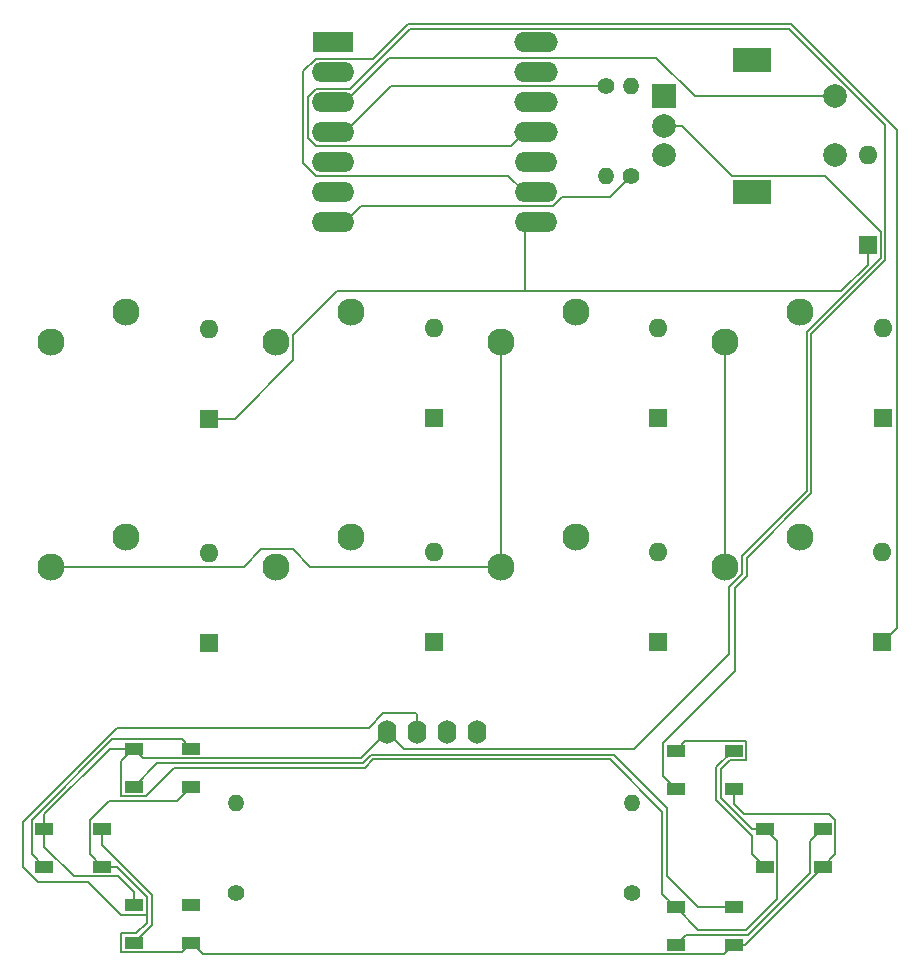
<source format=gbr>
%TF.GenerationSoftware,KiCad,Pcbnew,8.0.8*%
%TF.CreationDate,2025-02-15T23:13:22-05:00*%
%TF.ProjectId,Hackpad,4861636b-7061-4642-9e6b-696361645f70,rev?*%
%TF.SameCoordinates,Original*%
%TF.FileFunction,Copper,L1,Top*%
%TF.FilePolarity,Positive*%
%FSLAX46Y46*%
G04 Gerber Fmt 4.6, Leading zero omitted, Abs format (unit mm)*
G04 Created by KiCad (PCBNEW 8.0.8) date 2025-02-15 23:13:22*
%MOMM*%
%LPD*%
G01*
G04 APERTURE LIST*
%TA.AperFunction,ComponentPad*%
%ADD10C,2.300000*%
%TD*%
%TA.AperFunction,ComponentPad*%
%ADD11C,1.400000*%
%TD*%
%TA.AperFunction,ComponentPad*%
%ADD12O,1.400000X1.400000*%
%TD*%
%TA.AperFunction,ComponentPad*%
%ADD13R,2.000000X2.000000*%
%TD*%
%TA.AperFunction,ComponentPad*%
%ADD14C,2.000000*%
%TD*%
%TA.AperFunction,ComponentPad*%
%ADD15R,3.200000X2.000000*%
%TD*%
%TA.AperFunction,ComponentPad*%
%ADD16R,3.500000X1.700000*%
%TD*%
%TA.AperFunction,ComponentPad*%
%ADD17O,3.600000X1.700000*%
%TD*%
%TA.AperFunction,ComponentPad*%
%ADD18O,3.700000X1.700000*%
%TD*%
%TA.AperFunction,ComponentPad*%
%ADD19O,1.600000X2.000000*%
%TD*%
%TA.AperFunction,SMDPad,CuDef*%
%ADD20R,1.500000X1.000000*%
%TD*%
%TA.AperFunction,ComponentPad*%
%ADD21R,1.600000X1.600000*%
%TD*%
%TA.AperFunction,ComponentPad*%
%ADD22O,1.600000X1.600000*%
%TD*%
%TA.AperFunction,Conductor*%
%ADD23C,0.200000*%
%TD*%
G04 APERTURE END LIST*
D10*
%TO.P,SW7,1,1*%
%TO.N,col1*%
X79640000Y-137580000D03*
%TO.P,SW7,2,2*%
%TO.N,Net-(D9-A)*%
X85990000Y-135040000D03*
%TD*%
D11*
%TO.P,R3,1*%
%TO.N,Enc_A*%
X126580000Y-96880000D03*
D12*
%TO.P,R3,2*%
%TO.N,+3.3V*%
X126580000Y-104500000D03*
%TD*%
D13*
%TO.P,SW13,A,A*%
%TO.N,Enc_A*%
X131500000Y-97750000D03*
D14*
%TO.P,SW13,B,B*%
%TO.N,Enc_B*%
X131500000Y-102750000D03*
%TO.P,SW13,C,C*%
%TO.N,GND*%
X131500000Y-100250000D03*
D15*
%TO.P,SW13,MP*%
%TO.N,N/C*%
X139000000Y-94650000D03*
X139000000Y-105850000D03*
D14*
%TO.P,SW13,S1,S1*%
%TO.N,Enc_SWA*%
X146000000Y-102750000D03*
%TO.P,SW13,S2,S2*%
%TO.N,Enc_SWB*%
X146000000Y-97750000D03*
%TD*%
D11*
%TO.P,R4,1*%
%TO.N,Enc_B*%
X128750000Y-104500000D03*
D12*
%TO.P,R4,2*%
%TO.N,+3.3V*%
X128750000Y-96880000D03*
%TD*%
D16*
%TO.P,U1,1,PA02_A0_D0*%
%TO.N,col0*%
X103464500Y-93192015D03*
D17*
%TO.P,U1,2,PA4_A1_D1*%
%TO.N,col1*%
X103464500Y-95732015D03*
%TO.P,U1,3,PA10_A2_D2*%
%TO.N,Enc_SWB*%
X103464500Y-98272015D03*
%TO.P,U1,4,PA11_A3_D3*%
%TO.N,Enc_A*%
X103464500Y-100812015D03*
%TO.P,U1,5,PA8_A4_D4_SDA*%
%TO.N,OLED_SDA*%
X103464500Y-103352015D03*
%TO.P,U1,6,PA9_A5_D5_SCL*%
%TO.N,OLED_SCL*%
X103464500Y-105892015D03*
%TO.P,U1,7,PB08_A6_D6_TX*%
%TO.N,Enc_B*%
X103464500Y-108432015D03*
%TO.P,U1,8,PB09_A7_D7_RX*%
%TO.N,row0*%
X120714500Y-108432015D03*
%TO.P,U1,9,PA7_A8_D8_SCK*%
%TO.N,row1*%
X120714500Y-105892015D03*
%TO.P,U1,10,PA5_A9_D9_MISO*%
%TO.N,row2*%
X120714500Y-103352015D03*
D18*
%TO.P,U1,11,PA6_A10_D10_MOSI*%
%TO.N,Led*%
X120714500Y-100812015D03*
%TO.P,U1,12,3V3*%
%TO.N,+3.3V*%
X120714500Y-98272015D03*
%TO.P,U1,13,GND*%
%TO.N,GND*%
X120714500Y-95732015D03*
%TO.P,U1,14,5V*%
%TO.N,+5V*%
X120714500Y-93192015D03*
%TD*%
D19*
%TO.P,Brd1,1,GND*%
%TO.N,GND*%
X108080000Y-151550000D03*
%TO.P,Brd1,2,VCC*%
%TO.N,+5V*%
X110620000Y-151550000D03*
%TO.P,Brd1,3,SCL*%
%TO.N,OLED_SCL*%
X113160000Y-151550000D03*
%TO.P,Brd1,4,SDA*%
%TO.N,OLED_SDA*%
X115700000Y-151550000D03*
%TD*%
D10*
%TO.P,SW11,1,1*%
%TO.N,col1*%
X117690000Y-137578050D03*
%TO.P,SW11,2,2*%
%TO.N,Net-(D13-A)*%
X124040000Y-135038050D03*
%TD*%
D20*
%TO.P,D15,1,VSS*%
%TO.N,GND*%
X132500000Y-166420000D03*
%TO.P,D15,2,DIN*%
%TO.N,Net-(D15-DIN)*%
X132500000Y-169620000D03*
%TO.P,D15,3,VDD*%
%TO.N,+5V*%
X137400000Y-169620000D03*
%TO.P,D15,4,DOUT*%
%TO.N,Net-(D15-DOUT)*%
X137400000Y-166420000D03*
%TD*%
D10*
%TO.P,SW4,1,1*%
%TO.N,Enc_SWB*%
X136690000Y-118540000D03*
%TO.P,SW4,2,2*%
%TO.N,Net-(D6-A)*%
X143040000Y-116000000D03*
%TD*%
D20*
%TO.P,D16,1,VSS*%
%TO.N,GND*%
X86600000Y-153000000D03*
%TO.P,D16,2,DIN*%
%TO.N,Net-(D15-DOUT)*%
X86600000Y-156200000D03*
%TO.P,D16,3,VDD*%
%TO.N,+5V*%
X91500000Y-156200000D03*
%TO.P,D16,4,DOUT*%
%TO.N,Net-(D16-DOUT)*%
X91500000Y-153000000D03*
%TD*%
D21*
%TO.P,D6,1,K*%
%TO.N,row2*%
X150040000Y-125000000D03*
D22*
%TO.P,D6,2,A*%
%TO.N,Net-(D6-A)*%
X150040000Y-117380000D03*
%TD*%
D21*
%TO.P,D5,1,K*%
%TO.N,row2*%
X131040000Y-125000000D03*
D22*
%TO.P,D5,2,A*%
%TO.N,Net-(D5-A)*%
X131040000Y-117380000D03*
%TD*%
D20*
%TO.P,D18,1,VSS*%
%TO.N,GND*%
X86600000Y-166240000D03*
%TO.P,D18,2,DIN*%
%TO.N,Net-(D17-DOUT)*%
X86600000Y-169440000D03*
%TO.P,D18,3,VDD*%
%TO.N,+5V*%
X91500000Y-169440000D03*
%TO.P,D18,4,DOUT*%
%TO.N,unconnected-(D18-DOUT-Pad4)*%
X91500000Y-166240000D03*
%TD*%
D21*
%TO.P,D10,1,K*%
%TO.N,row1*%
X150000000Y-144000000D03*
D22*
%TO.P,D10,2,A*%
%TO.N,Net-(D10-A)*%
X150000000Y-136380000D03*
%TD*%
D20*
%TO.P,D2,1,VSS*%
%TO.N,GND*%
X140050000Y-159800000D03*
%TO.P,D2,2,DIN*%
%TO.N,Net-(D1-DOUT)*%
X140050000Y-163000000D03*
%TO.P,D2,3,VDD*%
%TO.N,+5V*%
X144950000Y-163000000D03*
%TO.P,D2,4,DOUT*%
%TO.N,Net-(D15-DIN)*%
X144950000Y-159800000D03*
%TD*%
%TO.P,D17,1,VSS*%
%TO.N,GND*%
X79050000Y-159800000D03*
%TO.P,D17,2,DIN*%
%TO.N,Net-(D16-DOUT)*%
X79050000Y-163000000D03*
%TO.P,D17,3,VDD*%
%TO.N,+5V*%
X83950000Y-163000000D03*
%TO.P,D17,4,DOUT*%
%TO.N,Net-(D17-DOUT)*%
X83950000Y-159800000D03*
%TD*%
D10*
%TO.P,SW8,1,1*%
%TO.N,Enc_SWB*%
X136690000Y-137578050D03*
%TO.P,SW8,2,2*%
%TO.N,Net-(D10-A)*%
X143040000Y-135038050D03*
%TD*%
%TO.P,SW2,1,1*%
%TO.N,col0*%
X98690000Y-118540000D03*
%TO.P,SW2,2,2*%
%TO.N,Net-(D4-A)*%
X105040000Y-116000000D03*
%TD*%
%TO.P,SW3,1,1*%
%TO.N,col1*%
X117690000Y-118540000D03*
%TO.P,SW3,2,2*%
%TO.N,Net-(D5-A)*%
X124040000Y-116000000D03*
%TD*%
%TO.P,SW10,1,1*%
%TO.N,col0*%
X98690000Y-137578050D03*
%TO.P,SW10,2,2*%
%TO.N,Net-(D12-A)*%
X105040000Y-135038050D03*
%TD*%
D21*
%TO.P,D8,1,K*%
%TO.N,row0*%
X92970000Y-125040000D03*
D22*
%TO.P,D8,2,A*%
%TO.N,Net-(D8-A)*%
X92970000Y-117420000D03*
%TD*%
D11*
%TO.P,R1,1*%
%TO.N,OLED_SCL*%
X128800000Y-165200000D03*
D12*
%TO.P,R1,2*%
%TO.N,+3.3V*%
X128800000Y-157580000D03*
%TD*%
D21*
%TO.P,D4,1,K*%
%TO.N,row2*%
X112040000Y-125000000D03*
D22*
%TO.P,D4,2,A*%
%TO.N,Net-(D4-A)*%
X112040000Y-117380000D03*
%TD*%
D10*
%TO.P,SW6,1,1*%
%TO.N,col0*%
X79640000Y-118540000D03*
%TO.P,SW6,2,2*%
%TO.N,Net-(D8-A)*%
X85990000Y-116000000D03*
%TD*%
D20*
%TO.P,D1,1,VSS*%
%TO.N,GND*%
X132500000Y-153180000D03*
%TO.P,D1,2,DIN*%
%TO.N,Led*%
X132500000Y-156380000D03*
%TO.P,D1,3,VDD*%
%TO.N,+5V*%
X137400000Y-156380000D03*
%TO.P,D1,4,DOUT*%
%TO.N,Net-(D1-DOUT)*%
X137400000Y-153180000D03*
%TD*%
D21*
%TO.P,D12,1,K*%
%TO.N,row1*%
X112000000Y-144000000D03*
D22*
%TO.P,D12,2,A*%
%TO.N,Net-(D12-A)*%
X112000000Y-136380000D03*
%TD*%
D21*
%TO.P,D9,1,K*%
%TO.N,row0*%
X92990000Y-144040000D03*
D22*
%TO.P,D9,2,A*%
%TO.N,Net-(D9-A)*%
X92990000Y-136420000D03*
%TD*%
D11*
%TO.P,R2,1*%
%TO.N,OLED_SDA*%
X95250000Y-165200000D03*
D12*
%TO.P,R2,2*%
%TO.N,+3.3V*%
X95250000Y-157580000D03*
%TD*%
D21*
%TO.P,D13,1,K*%
%TO.N,row1*%
X131000000Y-144000000D03*
D22*
%TO.P,D13,2,A*%
%TO.N,Net-(D13-A)*%
X131000000Y-136380000D03*
%TD*%
D21*
%TO.P,D14,1,K*%
%TO.N,row0*%
X148750000Y-110370000D03*
D22*
%TO.P,D14,2,A*%
%TO.N,Enc_SWA*%
X148750000Y-102750000D03*
%TD*%
D23*
%TO.N,+5V*%
X106500000Y-151250000D02*
X107750000Y-150000000D01*
X85184314Y-151250000D02*
X106500000Y-151250000D01*
X146000000Y-161950000D02*
X146000000Y-159000000D01*
X136600000Y-170420000D02*
X137400000Y-169620000D01*
X138250000Y-158500000D02*
X137400000Y-157650000D01*
X137400000Y-157650000D02*
X137400000Y-156380000D01*
X85550000Y-167040000D02*
X82760000Y-164250000D01*
X87710000Y-167040000D02*
X85550000Y-167040000D01*
X137400000Y-169620000D02*
X138330000Y-169620000D01*
X138330000Y-169620000D02*
X144950000Y-163000000D01*
X145500000Y-158500000D02*
X138250000Y-158500000D01*
X82900000Y-161950000D02*
X82900000Y-159000000D01*
X82900000Y-159000000D02*
X84500000Y-157400000D01*
X144950000Y-163000000D02*
X146000000Y-161950000D01*
X87750000Y-165540000D02*
X85210000Y-163000000D01*
X85210000Y-163000000D02*
X83950000Y-163000000D01*
X77250000Y-159184314D02*
X85184314Y-151250000D01*
X107750000Y-150000000D02*
X110500000Y-150000000D01*
X78500000Y-164250000D02*
X77250000Y-163000000D01*
X82760000Y-164250000D02*
X78500000Y-164250000D01*
X83950000Y-163000000D02*
X82900000Y-161950000D01*
X87750000Y-167724314D02*
X87750000Y-167000000D01*
X85550000Y-168640000D02*
X86834314Y-168640000D01*
X92480000Y-170420000D02*
X136600000Y-170420000D01*
X110500000Y-150000000D02*
X110620000Y-150120000D01*
X77250000Y-163000000D02*
X77250000Y-159184314D01*
X85550000Y-170240000D02*
X85550000Y-168640000D01*
X84500000Y-157400000D02*
X90300000Y-157400000D01*
X91500000Y-169440000D02*
X92480000Y-170420000D01*
X90700000Y-170240000D02*
X85550000Y-170240000D01*
X86834314Y-168640000D02*
X87750000Y-167724314D01*
X91500000Y-169440000D02*
X90700000Y-170240000D01*
X87750000Y-167000000D02*
X87710000Y-167040000D01*
X87750000Y-167000000D02*
X87750000Y-165540000D01*
X90300000Y-157400000D02*
X91500000Y-156200000D01*
X110620000Y-150120000D02*
X110620000Y-151550000D01*
X146000000Y-159000000D02*
X145500000Y-158500000D01*
%TO.N,GND*%
X106861372Y-153900000D02*
X126900000Y-153900000D01*
X138468628Y-168350000D02*
X141100000Y-165718628D01*
X149850000Y-111470000D02*
X143600000Y-117720000D01*
X137085686Y-153980000D02*
X138450000Y-153980000D01*
X132500000Y-153180000D02*
X132430000Y-153250000D01*
X84565686Y-153000000D02*
X86600000Y-153000000D01*
X137300000Y-104550000D02*
X145130000Y-104550000D01*
X131350000Y-165270000D02*
X132500000Y-166420000D01*
X79050000Y-159800000D02*
X79050000Y-158515686D01*
X86600000Y-153000000D02*
X87400000Y-153800000D01*
X131500000Y-100250000D02*
X133000000Y-100250000D01*
X137000000Y-139318660D02*
X137000000Y-145000000D01*
X138450000Y-153980000D02*
X138450000Y-152450000D01*
X138450000Y-152450000D02*
X138380000Y-152380000D01*
X136350000Y-157180000D02*
X136350000Y-154715686D01*
X132500000Y-166420000D02*
X134430000Y-168350000D01*
X133000000Y-100250000D02*
X137300000Y-104550000D01*
X106161372Y-154600000D02*
X106861372Y-153900000D01*
X87650000Y-157000000D02*
X90050000Y-154600000D01*
X85550000Y-154050000D02*
X85550000Y-157000000D01*
X141100000Y-165718628D02*
X141100000Y-160850000D01*
X129000000Y-153000000D02*
X109530000Y-153000000D01*
X126900000Y-153900000D02*
X131350000Y-158350000D01*
X79050000Y-158515686D02*
X84565686Y-153000000D01*
X81550000Y-163800000D02*
X79050000Y-161300000D01*
X140050000Y-159800000D02*
X138970000Y-159800000D01*
X143600000Y-131191539D02*
X138140000Y-136651539D01*
X86600000Y-165100000D02*
X85300000Y-163800000D01*
X138140000Y-138178660D02*
X137000000Y-139318660D01*
X85550000Y-157000000D02*
X87650000Y-157000000D01*
X143600000Y-117720000D02*
X143600000Y-131191539D01*
X79050000Y-161300000D02*
X79050000Y-159800000D01*
X85300000Y-163800000D02*
X81550000Y-163800000D01*
X87400000Y-153800000D02*
X105830000Y-153800000D01*
X131350000Y-158350000D02*
X131350000Y-165270000D01*
X90050000Y-154600000D02*
X106161372Y-154600000D01*
X133300000Y-152380000D02*
X132500000Y-153180000D01*
X137000000Y-145000000D02*
X129000000Y-153000000D01*
X109530000Y-153000000D02*
X108080000Y-151550000D01*
X141100000Y-160850000D02*
X140050000Y-159800000D01*
X138140000Y-136651539D02*
X138140000Y-138178660D01*
X136350000Y-154715686D02*
X137085686Y-153980000D01*
X149850000Y-109270000D02*
X149850000Y-111470000D01*
X138380000Y-152380000D02*
X133300000Y-152380000D01*
X105830000Y-153800000D02*
X108080000Y-151550000D01*
X138970000Y-159800000D02*
X136350000Y-157180000D01*
X134430000Y-168350000D02*
X138468628Y-168350000D01*
X86600000Y-153000000D02*
X85550000Y-154050000D01*
X145130000Y-104550000D02*
X149850000Y-109270000D01*
X86600000Y-166240000D02*
X86600000Y-165100000D01*
%TO.N,Led*%
X118526515Y-102000000D02*
X119714500Y-100812015D01*
X131450000Y-155330000D02*
X131450000Y-152482825D01*
X144000000Y-131357225D02*
X144000000Y-117885686D01*
X138540000Y-136817225D02*
X144000000Y-131357225D01*
X150250000Y-100161522D02*
X142130493Y-92042015D01*
X109970846Y-92042015D02*
X104890846Y-97122015D01*
X101364500Y-97795669D02*
X101364500Y-101288361D01*
X101364500Y-101288361D02*
X102076139Y-102000000D01*
X144000000Y-117885686D02*
X150250000Y-111635686D01*
X142130493Y-92042015D02*
X109970846Y-92042015D01*
X150250000Y-111635686D02*
X150250000Y-100161522D01*
X137500000Y-146432825D02*
X137500000Y-139384346D01*
X132500000Y-156380000D02*
X131450000Y-155330000D01*
X102038154Y-97122015D02*
X101364500Y-97795669D01*
X131450000Y-152482825D02*
X137500000Y-146432825D01*
X137500000Y-139384346D02*
X138540000Y-138344346D01*
X102076139Y-102000000D02*
X118526515Y-102000000D01*
X138540000Y-138344346D02*
X138540000Y-136817225D01*
X104890846Y-97122015D02*
X102038154Y-97122015D01*
%TO.N,Net-(D1-DOUT)*%
X137400000Y-153180000D02*
X137320000Y-153180000D01*
X135950000Y-157345686D02*
X139000000Y-160395686D01*
X137320000Y-153180000D02*
X135950000Y-154550000D01*
X139000000Y-160395686D02*
X139000000Y-161950000D01*
X135950000Y-154550000D02*
X135950000Y-157345686D01*
X139000000Y-161950000D02*
X140050000Y-163000000D01*
%TO.N,Net-(D15-DIN)*%
X143900000Y-163484314D02*
X143900000Y-160850000D01*
X133370000Y-168750000D02*
X138634314Y-168750000D01*
X143900000Y-160850000D02*
X144950000Y-159800000D01*
X132500000Y-169620000D02*
X133370000Y-168750000D01*
X138634314Y-168750000D02*
X143900000Y-163484314D01*
%TO.N,row1*%
X151250000Y-100595836D02*
X151250000Y-142750000D01*
X100964500Y-103428361D02*
X100964500Y-95655669D01*
X142296179Y-91642015D02*
X151250000Y-100595836D01*
X100964500Y-95655669D02*
X102038154Y-94582015D01*
X119714500Y-105892015D02*
X118324500Y-104502015D01*
X109805160Y-91642015D02*
X142296179Y-91642015D01*
X102038154Y-94582015D02*
X106865160Y-94582015D01*
X102038154Y-104502015D02*
X100964500Y-103428361D01*
X106865160Y-94582015D02*
X109805160Y-91642015D01*
X151250000Y-142750000D02*
X150000000Y-144000000D01*
X118324500Y-104502015D02*
X102038154Y-104502015D01*
%TO.N,Net-(D15-DOUT)*%
X137400000Y-166420000D02*
X134420000Y-166420000D01*
X105995686Y-154200000D02*
X88600000Y-154200000D01*
X127250000Y-153500000D02*
X106695686Y-153500000D01*
X88600000Y-154200000D02*
X86600000Y-156200000D01*
X131750000Y-158000000D02*
X127250000Y-153500000D01*
X106695686Y-153500000D02*
X105995686Y-154200000D01*
X134420000Y-166420000D02*
X131750000Y-163750000D01*
X131750000Y-163750000D02*
X131750000Y-158000000D01*
%TO.N,Net-(D16-DOUT)*%
X90700000Y-152200000D02*
X91500000Y-153000000D01*
X79050000Y-163000000D02*
X78000000Y-161950000D01*
X78000000Y-159000000D02*
X84800000Y-152200000D01*
X78000000Y-161950000D02*
X78000000Y-159000000D01*
X84800000Y-152200000D02*
X90700000Y-152200000D01*
%TO.N,Net-(D17-DOUT)*%
X88150000Y-165374314D02*
X83950000Y-161174314D01*
X86600000Y-169440000D02*
X88150000Y-167890000D01*
X83950000Y-161174314D02*
X83950000Y-159800000D01*
X88150000Y-167890000D02*
X88150000Y-165374314D01*
%TO.N,col1*%
X97398230Y-136128050D02*
X95946280Y-137580000D01*
X117690000Y-118540000D02*
X117690000Y-137578050D01*
X100128050Y-136128050D02*
X97398230Y-136128050D01*
X95946280Y-137580000D02*
X79640000Y-137580000D01*
X117690000Y-137578050D02*
X101578050Y-137578050D01*
X101578050Y-137578050D02*
X100128050Y-136128050D01*
%TO.N,Enc_SWB*%
X108236515Y-94500000D02*
X104464500Y-98272015D01*
X136690000Y-118540000D02*
X136690000Y-137578050D01*
X130850000Y-94500000D02*
X108236515Y-94500000D01*
X146000000Y-97750000D02*
X134100000Y-97750000D01*
X134100000Y-97750000D02*
X130850000Y-94500000D01*
%TO.N,Enc_B*%
X126957985Y-106292015D02*
X122890846Y-106292015D01*
X122890846Y-106292015D02*
X122140846Y-107042015D01*
X122140846Y-107042015D02*
X105854500Y-107042015D01*
X105854500Y-107042015D02*
X104464500Y-108432015D01*
X128750000Y-104500000D02*
X126957985Y-106292015D01*
%TO.N,Enc_A*%
X126577985Y-96882015D02*
X108394500Y-96882015D01*
X108394500Y-96882015D02*
X104464500Y-100812015D01*
X126580000Y-96880000D02*
X126577985Y-96882015D01*
%TO.N,row0*%
X95158329Y-125040000D02*
X92970000Y-125040000D01*
X148750000Y-112004314D02*
X146504314Y-114250000D01*
X146504314Y-114250000D02*
X119750000Y-114250000D01*
X100140000Y-117939390D02*
X100140000Y-120058329D01*
X119714500Y-108432015D02*
X119714500Y-114214500D01*
X119750000Y-114250000D02*
X103829390Y-114250000D01*
X103829390Y-114250000D02*
X100140000Y-117939390D01*
X100140000Y-120058329D02*
X95158329Y-125040000D01*
X119714500Y-114214500D02*
X119750000Y-114250000D01*
X148750000Y-110370000D02*
X148750000Y-112004314D01*
%TD*%
M02*

</source>
